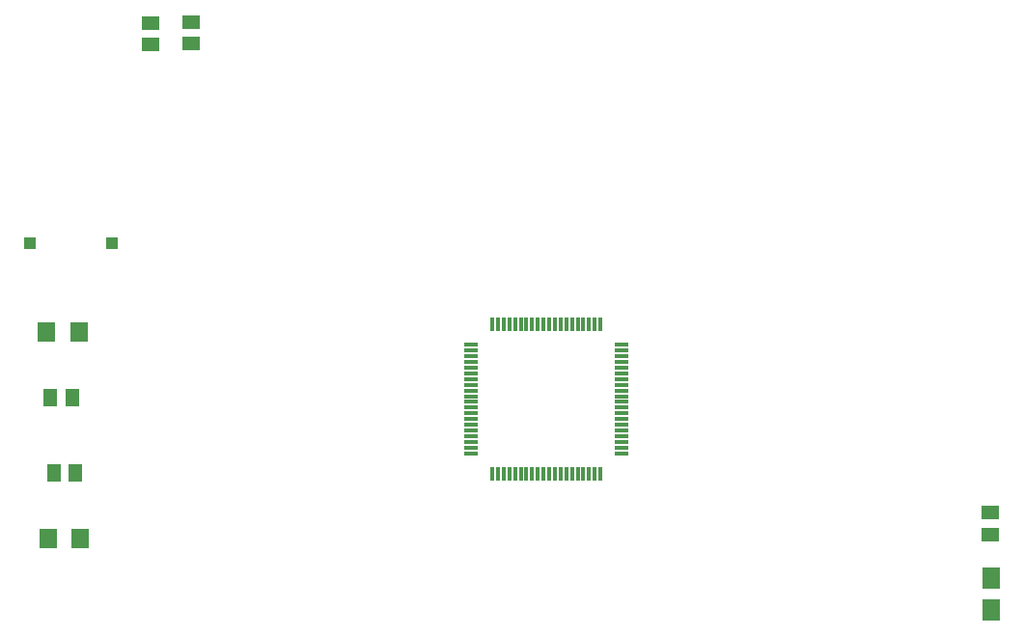
<source format=gtp>
G04 (created by PCBNEW (2013-07-07 BZR 4022)-stable) date 3/17/2015 10:38:49 AM*
%MOIN*%
G04 Gerber Fmt 3.4, Leading zero omitted, Abs format*
%FSLAX34Y34*%
G01*
G70*
G90*
G04 APERTURE LIST*
%ADD10C,0.00590551*%
%ADD11R,0.0394X0.0394*%
%ADD12R,0.0512X0.059*%
%ADD13R,0.059X0.0512*%
%ADD14R,0.0629X0.0709*%
%ADD15R,0.0591X0.0768*%
%ADD16R,0.0511X0.0137*%
%ADD17R,0.0137X0.0511*%
G04 APERTURE END LIST*
G54D10*
G54D11*
X44271Y-38838D03*
X47105Y-38838D03*
G54D12*
X45097Y-46771D03*
X45847Y-46771D03*
G54D13*
X49822Y-31949D03*
X49822Y-31199D03*
X48444Y-31969D03*
X48444Y-31219D03*
X77445Y-48888D03*
X77445Y-48138D03*
G54D12*
X44979Y-44173D03*
X45729Y-44173D03*
G54D14*
X45952Y-41909D03*
X44834Y-41909D03*
X46011Y-49035D03*
X44893Y-49035D03*
G54D15*
X77465Y-50412D03*
X77465Y-51494D03*
G54D16*
X59504Y-42350D03*
X59504Y-42547D03*
X59504Y-42744D03*
X59504Y-42941D03*
X59504Y-43138D03*
X59504Y-43335D03*
X59504Y-43532D03*
X59504Y-43728D03*
X59504Y-43925D03*
X59504Y-44122D03*
X59504Y-44318D03*
X59504Y-44515D03*
X59504Y-44712D03*
X59504Y-44908D03*
X59504Y-45105D03*
X59504Y-45302D03*
X59504Y-45499D03*
X59504Y-45696D03*
X59504Y-45893D03*
X59504Y-46090D03*
G54D17*
X60230Y-46816D03*
X60427Y-46816D03*
X60624Y-46816D03*
X60821Y-46816D03*
X61018Y-46816D03*
X61215Y-46816D03*
X61412Y-46816D03*
X61608Y-46816D03*
X61805Y-46816D03*
X62002Y-46816D03*
X62198Y-46816D03*
X62395Y-46816D03*
X62592Y-46816D03*
X62788Y-46816D03*
X62985Y-46816D03*
X63182Y-46816D03*
X63379Y-46816D03*
X63576Y-46816D03*
X63773Y-46816D03*
X63970Y-46816D03*
G54D16*
X64696Y-46090D03*
X64696Y-45893D03*
X64696Y-45696D03*
X64696Y-45499D03*
X64696Y-45302D03*
X64696Y-45105D03*
X64696Y-44908D03*
X64696Y-44712D03*
X64696Y-44515D03*
X64696Y-44318D03*
X64696Y-44122D03*
X64696Y-43925D03*
X64696Y-43728D03*
X64696Y-43532D03*
X64696Y-43335D03*
X64696Y-43138D03*
X64696Y-42941D03*
X64696Y-42744D03*
X64696Y-42547D03*
X64696Y-42350D03*
G54D17*
X63970Y-41624D03*
X63773Y-41624D03*
X63576Y-41624D03*
X63379Y-41624D03*
X63182Y-41624D03*
X62985Y-41624D03*
X62788Y-41624D03*
X62592Y-41624D03*
X62395Y-41624D03*
X62198Y-41624D03*
X62002Y-41624D03*
X61805Y-41624D03*
X61608Y-41624D03*
X61412Y-41624D03*
X61215Y-41624D03*
X61018Y-41624D03*
X60821Y-41624D03*
X60624Y-41624D03*
X60427Y-41624D03*
X60230Y-41624D03*
M02*

</source>
